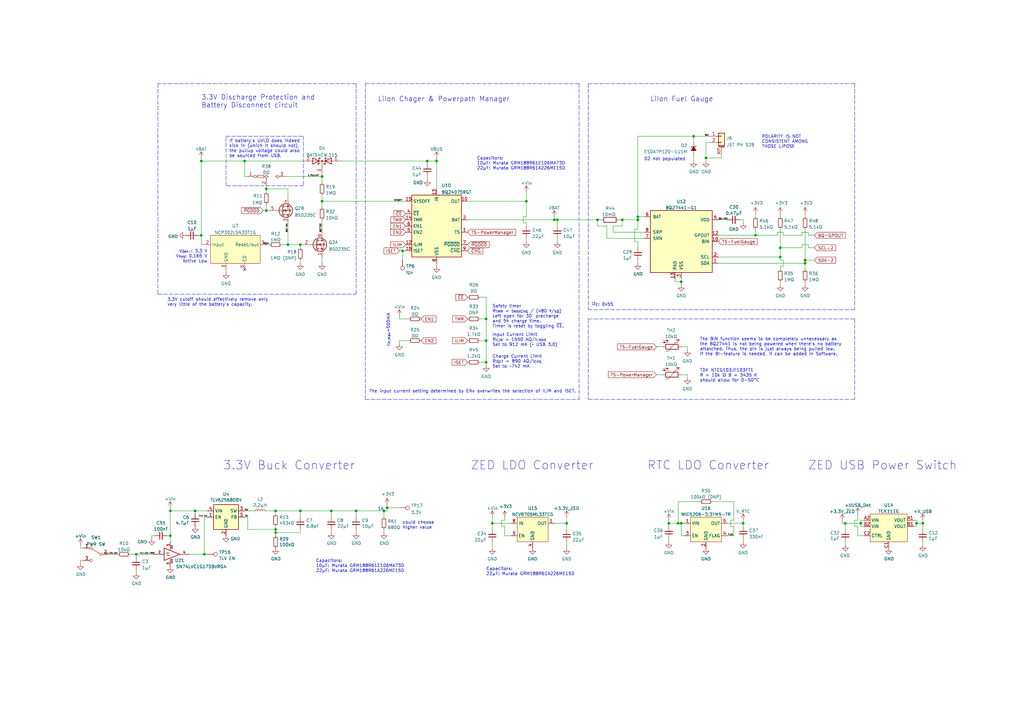
<source format=kicad_sch>
(kicad_sch (version 20211123) (generator eeschema)
  (paper "A3")
  (title_block (title "GNSS") (rev "B"))
  (junction (at 113.03 209.55))
  (junction (at 69.85 209.55))
  (junction (at 123.19 100.33))
  (junction (at 378.46 214.63))
  (junction (at 330.2 107.95))
  (junction (at 82.55 66.04))
  (junction (at 261.62 88.9))
  (junction (at 113.03 218.44))
  (junction (at 274.32 214.63))
  (junction (at 158.75 208.28))
  (junction (at 55.88 227.33))
  (junction (at 279.4 115.57))
  (junction (at 309.88 96.52))
  (junction (at 353.06 214.63))
  (junction (at 245.11 90.17))
  (junction (at 113.03 217.17))
  (junction (at 375.92 214.63))
  (junction (at 284.48 55.88))
  (junction (at 80.01 209.55))
  (junction (at 132.08 82.55))
  (junction (at 228.6 90.17))
  (junction (at 346.71 214.63))
  (junction (at 215.9 82.55))
  (junction (at 261.62 90.17))
  (junction (at 123.19 209.55))
  (junction (at 320.04 105.41))
  (junction (at 165.1 102.87))
  (junction (at 289.56 64.77))
  (junction (at 146.05 209.55))
  (junction (at 201.93 214.63))
  (junction (at 135.89 209.55))
  (junction (at 320.04 101.6))
  (junction (at 69.85 219.71))
  (junction (at 83.82 227.33))
  (junction (at 157.48 209.55))
  (junction (at 118.11 100.33))
  (junction (at 227.33 90.17))
  (junction (at 232.41 214.63))
  (junction (at 100.33 66.04))
  (junction (at 82.55 96.52))
  (junction (at 278.13 214.63))
  (junction (at 179.07 66.04))
  (junction (at 199.39 130.81))
  (junction (at 175.26 66.04))
  (junction (at 109.22 86.36))
  (junction (at 304.8 214.63))
  (junction (at 199.39 139.7))
  (junction (at 279.4 214.63))
  (junction (at 132.08 72.39))
  (junction (at 199.39 148.59))
  (junction (at 109.22 77.47))
  (junction (at 255.27 90.17))
  (junction (at 330.2 106.68))
  (no_connect (at 100.33 110.49))
  (wire (pts (xy 274.32 213.36) (xy 274.32 214.63)))
  (wire (pts (xy 346.71 214.63) (xy 345.44 214.63)))
  (wire (pts (xy 175.26 66.04) (xy 175.26 67.31)))
  (wire (pts (xy 33.02 231.14) (xy 33.02 229.87)))
  (wire (pts (xy 228.6 90.17) (xy 245.11 90.17)))
  (wire (pts (xy 274.32 220.98) (xy 274.32 222.25)))
  (wire (pts (xy 228.6 90.17) (xy 228.6 92.71)))
  (wire (pts (xy 82.55 96.52) (xy 82.55 100.33)))
  (wire (pts (xy 320.04 101.6) (xy 320.04 93.98)))
  (wire (pts (xy 135.89 209.55) (xy 123.19 209.55)))
  (wire (pts (xy 201.93 224.79) (xy 201.93 222.25)))
  (polyline (pts (xy 146.05 34.29) (xy 146.05 120.65)))
  (wire (pts (xy 82.55 64.77) (xy 82.55 66.04)))
  (wire (pts (xy 109.22 76.2) (xy 109.22 77.47)))
  (wire (pts (xy 300.99 219.71) (xy 298.45 219.71)))
  (wire (pts (xy 100.33 72.39) (xy 101.6 72.39)))
  (wire (pts (xy 261.62 55.88) (xy 284.48 55.88)))
  (wire (pts (xy 353.06 214.63) (xy 346.71 214.63)))
  (wire (pts (xy 351.79 213.36) (xy 350.52 213.36)))
  (wire (pts (xy 375.92 214.63) (xy 378.46 214.63)))
  (wire (pts (xy 196.85 121.92) (xy 199.39 121.92)))
  (wire (pts (xy 269.24 153.67) (xy 271.78 153.67)))
  (wire (pts (xy 83.82 227.33) (xy 85.09 227.33)))
  (wire (pts (xy 123.19 218.44) (xy 123.19 217.17)))
  (wire (pts (xy 261.62 106.68) (xy 261.62 107.95)))
  (polyline (pts (xy 350.52 130.81) (xy 350.52 163.83)))
  (wire (pts (xy 334.01 96.52) (xy 331.47 96.52)))
  (wire (pts (xy 69.85 209.55) (xy 69.85 219.71)))
  (wire (pts (xy 123.19 209.55) (xy 113.03 209.55)))
  (wire (pts (xy 274.32 214.63) (xy 274.32 215.9)))
  (wire (pts (xy 232.41 212.09) (xy 232.41 214.63)))
  (polyline (pts (xy 92.71 55.88) (xy 124.46 55.88)))
  (wire (pts (xy 289.56 58.42) (xy 290.83 58.42)))
  (wire (pts (xy 80.01 210.82) (xy 80.01 209.55)))
  (wire (pts (xy 69.85 208.28) (xy 69.85 209.55)))
  (wire (pts (xy 107.95 86.36) (xy 109.22 86.36)))
  (wire (pts (xy 163.83 139.7) (xy 167.64 139.7)))
  (wire (pts (xy 199.39 139.7) (xy 199.39 148.59)))
  (wire (pts (xy 334.01 101.6) (xy 331.47 101.6)))
  (wire (pts (xy 261.62 99.06) (xy 260.35 99.06)))
  (wire (pts (xy 320.04 105.41) (xy 320.04 106.68)))
  (wire (pts (xy 320.04 87.63) (xy 320.04 88.9)))
  (wire (pts (xy 132.08 90.17) (xy 132.08 95.25)))
  (wire (pts (xy 199.39 149.86) (xy 199.39 148.59)))
  (wire (pts (xy 113.03 217.17) (xy 101.6 217.17)))
  (wire (pts (xy 279.4 142.24) (xy 281.94 142.24)))
  (wire (pts (xy 100.33 66.04) (xy 124.46 66.04)))
  (wire (pts (xy 44.45 227.33) (xy 48.26 227.33)))
  (wire (pts (xy 163.83 130.81) (xy 167.64 130.81)))
  (wire (pts (xy 320.04 105.41) (xy 320.04 101.6)))
  (wire (pts (xy 264.16 88.9) (xy 261.62 88.9)))
  (wire (pts (xy 113.03 217.17) (xy 113.03 218.44)))
  (wire (pts (xy 331.47 100.33) (xy 328.93 100.33)))
  (wire (pts (xy 309.88 96.52) (xy 318.77 96.52)))
  (wire (pts (xy 248.92 92.71) (xy 248.92 97.79)))
  (wire (pts (xy 321.31 96.52) (xy 321.31 95.25)))
  (wire (pts (xy 299.72 213.36) (xy 299.72 215.9)))
  (wire (pts (xy 82.55 66.04) (xy 82.55 96.52)))
  (wire (pts (xy 191.77 90.17) (xy 227.33 90.17)))
  (wire (pts (xy 135.89 209.55) (xy 146.05 209.55)))
  (wire (pts (xy 123.19 100.33) (xy 124.46 100.33)))
  (wire (pts (xy 132.08 80.01) (xy 132.08 82.55)))
  (wire (pts (xy 375.92 214.63) (xy 375.92 215.9)))
  (wire (pts (xy 232.41 214.63) (xy 232.41 217.17)))
  (wire (pts (xy 254 90.17) (xy 255.27 90.17)))
  (wire (pts (xy 321.31 106.68) (xy 320.04 106.68)))
  (wire (pts (xy 292.1 205.74) (xy 300.99 205.74)))
  (wire (pts (xy 328.93 96.52) (xy 321.31 96.52)))
  (wire (pts (xy 278.13 214.63) (xy 279.4 214.63)))
  (wire (pts (xy 294.64 105.41) (xy 320.04 105.41)))
  (wire (pts (xy 278.13 205.74) (xy 278.13 214.63)))
  (wire (pts (xy 123.19 100.33) (xy 123.19 101.6)))
  (wire (pts (xy 158.75 208.28) (xy 158.75 209.55)))
  (polyline (pts (xy 146.05 34.29) (xy 64.77 34.29)))
  (wire (pts (xy 196.85 139.7) (xy 199.39 139.7)))
  (wire (pts (xy 55.88 227.33) (xy 53.34 227.33)))
  (wire (pts (xy 289.56 64.77) (xy 289.56 58.42)))
  (wire (pts (xy 214.63 88.9) (xy 215.9 88.9)))
  (wire (pts (xy 115.57 100.33) (xy 118.11 100.33)))
  (wire (pts (xy 331.47 101.6) (xy 331.47 100.33)))
  (wire (pts (xy 261.62 99.06) (xy 261.62 101.6)))
  (wire (pts (xy 55.88 233.68) (xy 55.88 234.95)))
  (wire (pts (xy 135.89 212.09) (xy 135.89 209.55)))
  (wire (pts (xy 378.46 214.63) (xy 378.46 217.17)))
  (polyline (pts (xy 241.3 127) (xy 350.52 127)))
  (wire (pts (xy 304.8 91.44) (xy 304.8 90.17)))
  (wire (pts (xy 353.06 213.36) (xy 354.33 213.36)))
  (polyline (pts (xy 92.71 76.2) (xy 92.71 55.88)))
  (wire (pts (xy 251.46 95.25) (xy 251.46 92.71)))
  (wire (pts (xy 300.99 205.74) (xy 300.99 213.36)))
  (wire (pts (xy 284.48 55.88) (xy 284.48 58.42)))
  (wire (pts (xy 321.31 109.22) (xy 321.31 106.68)))
  (wire (pts (xy 83.82 212.09) (xy 83.82 227.33)))
  (wire (pts (xy 300.99 213.36) (xy 299.72 213.36)))
  (wire (pts (xy 304.8 214.63) (xy 304.8 215.9)))
  (wire (pts (xy 207.01 212.09) (xy 207.01 213.36)))
  (polyline (pts (xy 149.86 34.29) (xy 223.52 34.29)))
  (wire (pts (xy 109.22 77.47) (xy 118.11 77.47)))
  (wire (pts (xy 330.2 107.95) (xy 330.2 106.68)))
  (wire (pts (xy 118.11 100.33) (xy 123.19 100.33)))
  (wire (pts (xy 201.93 214.63) (xy 209.55 214.63)))
  (wire (pts (xy 279.4 219.71) (xy 280.67 219.71)))
  (wire (pts (xy 279.4 114.3) (xy 279.4 115.57)))
  (wire (pts (xy 350.52 215.9) (xy 351.79 215.9)))
  (wire (pts (xy 163.83 102.87) (xy 165.1 102.87)))
  (wire (pts (xy 163.83 140.97) (xy 163.83 139.7)))
  (wire (pts (xy 269.24 142.24) (xy 271.78 142.24)))
  (polyline (pts (xy 350.52 34.29) (xy 350.52 127)))
  (wire (pts (xy 261.62 88.9) (xy 261.62 55.88)))
  (wire (pts (xy 132.08 82.55) (xy 132.08 85.09)))
  (wire (pts (xy 179.07 66.04) (xy 179.07 77.47)))
  (wire (pts (xy 354.33 215.9) (xy 353.06 215.9)))
  (wire (pts (xy 289.56 64.77) (xy 295.91 64.77)))
  (wire (pts (xy 330.2 106.68) (xy 334.01 106.68)))
  (wire (pts (xy 320.04 110.49) (xy 320.04 109.22)))
  (wire (pts (xy 82.55 100.33) (xy 83.82 100.33)))
  (polyline (pts (xy 149.86 163.83) (xy 149.86 34.29)))
  (wire (pts (xy 165.1 102.87) (xy 166.37 102.87)))
  (wire (pts (xy 320.04 116.84) (xy 320.04 115.57)))
  (wire (pts (xy 113.03 209.55) (xy 113.03 210.82)))
  (polyline (pts (xy 124.46 76.2) (xy 92.71 76.2)))
  (wire (pts (xy 274.32 214.63) (xy 278.13 214.63)))
  (wire (pts (xy 207.01 219.71) (xy 209.55 219.71)))
  (wire (pts (xy 201.93 214.63) (xy 201.93 217.17)))
  (wire (pts (xy 109.22 86.36) (xy 110.49 86.36)))
  (wire (pts (xy 157.48 217.17) (xy 157.48 218.44)))
  (wire (pts (xy 304.8 90.17) (xy 303.53 90.17)))
  (wire (pts (xy 375.92 213.36) (xy 375.92 214.63)))
  (wire (pts (xy 214.63 91.44) (xy 214.63 88.9)))
  (wire (pts (xy 55.88 227.33) (xy 63.5 227.33)))
  (wire (pts (xy 353.06 214.63) (xy 353.06 215.9)))
  (wire (pts (xy 304.8 220.98) (xy 304.8 222.25)))
  (polyline (pts (xy 241.3 130.81) (xy 350.52 130.81)))
  (wire (pts (xy 69.85 219.71) (xy 69.85 222.25)))
  (wire (pts (xy 215.9 91.44) (xy 214.63 91.44)))
  (wire (pts (xy 207.01 215.9) (xy 207.01 219.71)))
  (wire (pts (xy 109.22 83.82) (xy 109.22 86.36)))
  (wire (pts (xy 199.39 121.92) (xy 199.39 130.81)))
  (wire (pts (xy 34.29 224.79) (xy 33.02 224.79)))
  (wire (pts (xy 260.35 93.98) (xy 261.62 93.98)))
  (wire (pts (xy 284.48 63.5) (xy 284.48 66.04)))
  (wire (pts (xy 100.33 72.39) (xy 100.33 66.04)))
  (wire (pts (xy 215.9 97.79) (xy 215.9 99.06)))
  (wire (pts (xy 287.02 205.74) (xy 278.13 205.74)))
  (wire (pts (xy 228.6 97.79) (xy 228.6 99.06)))
  (wire (pts (xy 109.22 100.33) (xy 110.49 100.33)))
  (wire (pts (xy 232.41 222.25) (xy 232.41 224.79)))
  (polyline (pts (xy 237.49 34.29) (xy 223.52 34.29)))
  (wire (pts (xy 279.4 115.57) (xy 279.4 116.84)))
  (wire (pts (xy 260.35 99.06) (xy 260.35 93.98)))
  (wire (pts (xy 158.75 207.01) (xy 158.75 208.28)))
  (wire (pts (xy 309.88 93.98) (xy 309.88 96.52)))
  (wire (pts (xy 146.05 218.44) (xy 146.05 217.17)))
  (wire (pts (xy 330.2 106.68) (xy 330.2 93.98)))
  (wire (pts (xy 199.39 130.81) (xy 199.39 139.7)))
  (wire (pts (xy 294.64 107.95) (xy 330.2 107.95)))
  (wire (pts (xy 227.33 90.17) (xy 228.6 90.17)))
  (wire (pts (xy 304.8 214.63) (xy 304.8 213.36)))
  (wire (pts (xy 81.28 96.52) (xy 82.55 96.52)))
  (wire (pts (xy 331.47 95.25) (xy 328.93 95.25)))
  (polyline (pts (xy 350.52 163.83) (xy 241.3 163.83)))
  (wire (pts (xy 309.88 87.63) (xy 309.88 88.9)))
  (wire (pts (xy 350.52 213.36) (xy 350.52 215.9)))
  (wire (pts (xy 158.75 208.28) (xy 163.83 208.28)))
  (wire (pts (xy 378.46 213.36) (xy 378.46 214.63)))
  (wire (pts (xy 281.94 154.94) (xy 281.94 153.67)))
  (polyline (pts (xy 237.49 163.83) (xy 237.49 34.29)))
  (wire (pts (xy 346.71 222.25) (xy 346.71 223.52)))
  (wire (pts (xy 179.07 107.95) (xy 179.07 109.22)))
  (wire (pts (xy 215.9 88.9) (xy 215.9 82.55)))
  (wire (pts (xy 158.75 209.55) (xy 157.48 209.55)))
  (wire (pts (xy 33.02 229.87) (xy 34.29 229.87)))
  (wire (pts (xy 279.4 214.63) (xy 279.4 219.71)))
  (wire (pts (xy 328.93 100.33) (xy 328.93 101.6)))
  (polyline (pts (xy 64.77 120.65) (xy 146.05 120.65)))
  (polyline (pts (xy 241.3 130.81) (xy 241.3 163.83)))
  (wire (pts (xy 346.71 214.63) (xy 346.71 217.17)))
  (wire (pts (xy 163.83 129.54) (xy 163.83 130.81)))
  (wire (pts (xy 132.08 72.39) (xy 132.08 74.93)))
  (wire (pts (xy 92.71 110.49) (xy 92.71 111.76)))
  (polyline (pts (xy 149.86 163.83) (xy 237.49 163.83)))
  (wire (pts (xy 320.04 109.22) (xy 321.31 109.22)))
  (wire (pts (xy 77.47 227.33) (xy 83.82 227.33)))
  (wire (pts (xy 101.6 217.17) (xy 101.6 212.09)))
  (wire (pts (xy 191.77 82.55) (xy 215.9 82.55)))
  (wire (pts (xy 330.2 107.95) (xy 330.2 110.49)))
  (wire (pts (xy 179.07 64.77) (xy 179.07 66.04)))
  (wire (pts (xy 68.58 219.71) (xy 69.85 219.71)))
  (wire (pts (xy 378.46 222.25) (xy 378.46 223.52)))
  (wire (pts (xy 251.46 92.71) (xy 255.27 92.71)))
  (wire (pts (xy 227.33 214.63) (xy 232.41 214.63)))
  (wire (pts (xy 175.26 72.39) (xy 175.26 73.66)))
  (wire (pts (xy 207.01 213.36) (xy 205.74 213.36)))
  (wire (pts (xy 276.86 115.57) (xy 279.4 115.57)))
  (wire (pts (xy 135.89 218.44) (xy 135.89 217.17)))
  (wire (pts (xy 261.62 90.17) (xy 261.62 93.98)))
  (wire (pts (xy 281.94 142.24) (xy 281.94 143.51)))
  (wire (pts (xy 279.4 214.63) (xy 280.67 214.63)))
  (wire (pts (xy 196.85 130.81) (xy 199.39 130.81)))
  (wire (pts (xy 318.77 95.25) (xy 318.77 96.52)))
  (wire (pts (xy 116.84 72.39) (xy 132.08 72.39)))
  (wire (pts (xy 351.79 215.9) (xy 351.79 219.71)))
  (wire (pts (xy 205.74 213.36) (xy 205.74 215.9)))
  (wire (pts (xy 165.1 102.87) (xy 165.1 106.68)))
  (polyline (pts (xy 64.77 34.29) (xy 64.77 120.65)))
  (polyline (pts (xy 241.3 34.29) (xy 241.3 127)))
  (wire (pts (xy 331.47 96.52) (xy 331.47 95.25)))
  (wire (pts (xy 227.33 88.9) (xy 227.33 90.17)))
  (wire (pts (xy 328.93 95.25) (xy 328.93 96.52)))
  (wire (pts (xy 245.11 92.71) (xy 245.11 90.17)))
  (wire (pts (xy 251.46 95.25) (xy 264.16 95.25)))
  (wire (pts (xy 146.05 212.09) (xy 146.05 209.55)))
  (wire (pts (xy 289.56 66.04) (xy 289.56 64.77)))
  (wire (pts (xy 55.88 227.33) (xy 55.88 228.6)))
  (wire (pts (xy 80.01 209.55) (xy 85.09 209.55)))
  (wire (pts (xy 69.85 209.55) (xy 80.01 209.55)))
  (wire (pts (xy 113.03 218.44) (xy 123.19 218.44)))
  (wire (pts (xy 215.9 92.71) (xy 215.9 91.44)))
  (wire (pts (xy 118.11 77.47) (xy 118.11 81.28)))
  (wire (pts (xy 284.48 55.88) (xy 290.83 55.88)))
  (wire (pts (xy 276.86 114.3) (xy 276.86 115.57)))
  (wire (pts (xy 157.48 209.55) (xy 146.05 209.55)))
  (wire (pts (xy 353.06 213.36) (xy 353.06 214.63)))
  (wire (pts (xy 345.44 213.36) (xy 345.44 214.63)))
  (wire (pts (xy 309.88 96.52) (xy 294.64 96.52)))
  (wire (pts (xy 101.6 212.09) (xy 100.33 212.09)))
  (wire (pts (xy 245.11 90.17) (xy 246.38 90.17)))
  (wire (pts (xy 201.93 214.63) (xy 201.93 212.09)))
  (wire (pts (xy 62.23 220.98) (xy 62.23 219.71)))
  (wire (pts (xy 123.19 106.68) (xy 123.19 107.95)))
  (wire (pts (xy 245.11 92.71) (xy 248.92 92.71)))
  (wire (pts (xy 100.33 209.55) (xy 104.14 209.55)))
  (wire (pts (xy 118.11 91.44) (xy 118.11 100.33)))
  (wire (pts (xy 298.45 214.63) (xy 304.8 214.63)))
  (wire (pts (xy 157.48 209.55) (xy 157.48 212.09)))
  (wire (pts (xy 132.08 105.41) (xy 132.08 107.95)))
  (wire (pts (xy 295.91 63.5) (xy 295.91 64.77)))
  (wire (pts (xy 85.09 212.09) (xy 83.82 212.09)))
  (wire (pts (xy 109.22 209.55) (xy 113.03 209.55)))
  (wire (pts (xy 374.65 213.36) (xy 375.92 213.36)))
  (wire (pts (xy 255.27 90.17) (xy 261.62 90.17)))
  (wire (pts (xy 354.33 219.71) (xy 351.79 219.71)))
  (wire (pts (xy 320.04 101.6) (xy 328.93 101.6)))
  (wire (pts (xy 248.92 97.79) (xy 264.16 97.79)))
  (wire (pts (xy 330.2 87.63) (xy 330.2 88.9)))
  (wire (pts (xy 351.79 210.82) (xy 351.79 213.36)))
  (wire (pts (xy 132.08 82.55) (xy 166.37 82.55)))
  (wire (pts (xy 113.03 218.44) (xy 113.03 219.71)))
  (wire (pts (xy 109.22 78.74) (xy 109.22 77.47)))
  (wire (pts (xy 82.55 66.04) (xy 100.33 66.04)))
  (wire (pts (xy 374.65 215.9) (xy 375.92 215.9)))
  (wire (pts (xy 139.7 66.04) (xy 175.26 66.04)))
  (wire (pts (xy 175.26 66.04) (xy 179.07 66.04)))
  (polyline (pts (xy 124.46 55.88) (xy 124.46 76.2)))
  (wire (pts (xy 62.23 219.71) (xy 63.5 219.71)))
  (wire (pts (xy 300.99 215.9) (xy 300.99 219.71)))
  (wire (pts (xy 321.31 95.25) (xy 318.77 95.25)))
  (wire (pts (xy 33.02 224.79) (xy 33.02 223.52)))
  (wire (pts (xy 330.2 116.84) (xy 330.2 115.57)))
  (wire (pts (xy 205.74 215.9) (xy 207.01 215.9)))
  (wire (pts (xy 255.27 92.71) (xy 255.27 90.17)))
  (wire (pts (xy 123.19 209.55) (xy 123.19 212.09)))
  (polyline (pts (xy 350.52 34.29) (xy 241.3 34.29)))
  (wire (pts (xy 113.03 215.9) (xy 113.03 217.17)))
  (wire (pts (xy 261.62 88.9) (xy 261.62 90.17)))
  (wire (pts (xy 294.64 90.17) (xy 298.45 90.17)))
  (wire (pts (xy 199.39 148.59) (xy 196.85 148.59)))
  (wire (pts (xy 132.08 71.12) (xy 132.08 72.39)))
  (wire (pts (xy 279.4 153.67) (xy 281.94 153.67)))
  (wire (pts (xy 299.72 215.9) (xy 300.99 215.9)))
  (wire (pts (xy 215.9 78.74) (xy 215.9 82.55)))
  (text "Safety timer\nR_{TMR} = t_{MAXCHG} / (480 ^{s}/_{kΩ})\nLeft open for 30' precharge\nand 5h charge time.\nTimer is reset by toggling ~{CE}." (at 201.93 134.62 0) (effects (font (size 1.27 1.27)) (justify left bottom)))
  (text "3.3V Buck Converter" (at 91.44 193.04 0) (effects (font (size 3.5052 3.5052)) (justify left bottom)))
  (text "I_{in,max}=500mA" (at 160.02 142.24 90) (effects (font (size 1.27 1.27)) (justify left bottom)))
  (text "Input Current Limit\nR_{ILIM} = 1550 AΩ/I_{I,MAX}\nSet to 912 mA (~ USB 3.0)" (at 201.93 142.24 0) (effects (font (size 1.27 1.27)) (justify left bottom)))
  (text "V_{Det-}: 3.3 V\nV_{Hys}: 0.165 V\nActive Low" (at 85.09 107.95 180) (effects (font (size 1.27 1.27)) (justify right bottom)))
  (text "RTC LDO Converter" (at 265.43 193.04 0) (effects (font (size 3.5052 3.5052)) (justify left bottom)))
  (text "The BIN function seems to be completely unnecessary as\nthe BQ27441 is not being powered when there's no battery\nattatched. Thus, the pin is just always being pulled low.\nIf the BI-feature is needed, it can be added in Software." (at 287.02 146.05 0) (effects (font (size 1.27 1.27)) (justify left bottom)))
  (text "ZED LDO Converter" (at 193.04 193.04 0) (effects (font (size 3.5052 3.5052)) (justify left bottom)))
  (text "3.3V cutoff should effectively remove only \nvery little of the battery's capacity." (at 68.58 125.73 0) (effects (font (size 1.27 1.27)) (justify left bottom)))
  (text "LiIon Fuel Gauge" (at 266.7 41.91 0) (effects (font (size 2 2)) (justify left bottom)))
  (text "If battery's UVLO does indeed\nkick in (which it should not),\nthe pullup voltage could also\nbe sourced from USB." (at 93.98 64.77 0) (effects (font (size 1.27 1.27)) (justify left bottom)))
  (text "LiIon Chager & Powerpath Manager" (at 154.94 41.91 0) (effects (font (size 2 2)) (justify left bottom)))
  (text "POLARITY IS NOT\nCONSISTENT AMONG\nTHOSE LIPOS!" (at 312.42 60.96 0) (effects (font (size 1.27 1.27)) (justify left bottom)))
  (text "D2 not populated" (at 264.16 66.04 0) (effects (font (size 1.27 1.27)) (justify left bottom)))
  (text "TDK NTCG103JF103FT1\nR = 10k Ω B = 3435 K\nshould allow for 0-50°C" (at 287.02 156.845 0) (effects (font (size 1.27 1.27)) (justify left bottom)))
  (text "The input current setting determined by ENx overwrites the selection of ILIM and ISET." (at 236.22 161.29 0) (effects (font (size 1.27 1.27)) (justify right bottom)))
  (text "Capacitors:\n22µF: Murata GRM188R61A226ME15D" (at 199.39 236.22 0) (effects (font (size 1.27 1.27)) (justify left bottom)))
  (text "Capacitors:\n10µF: Murata GRM188R61E106MA73D\n22µF: Murata GRM188R61A226ME15D" (at 195.58 69.85 0) (effects (font (size 1.27 1.27)) (justify left bottom)))
  (text "ZED USB Power Switch" (at 331.47 193.04 0) (effects (font (size 3.5052 3.5052)) (justify left bottom)))
  (text "could choose\nhigher value" (at 165.1 217.17 0) (effects (font (size 1.27 1.27)) (justify left bottom)))
  (text "Capacitors:\n10µF: Murata GRM188R61E106MA73D\n22µF: Murata GRM188R61A226ME15D" (at 129.54 234.95 0) (effects (font (size 1.27 1.27)) (justify left bottom)))
  (text "i^{2}c: 0x55" (at 242.57 125.73 0) (effects (font (size 1.27 1.27)) (justify left bottom)))
  (text "1A" (at 154.94 209.55 0) (effects (font (size 1.27 1.27)) (justify left bottom)))
  (text "Charge Current Limit\nR_{ISET} = 890 AΩ/I_{CHG}\nSet to ~742 mA" (at 201.93 151.13 0) (effects (font (size 1.27 1.27)) (justify left bottom)))
  (text "3.3V Discharge Protection and\nBattery Disconnect circuit" (at 82.55 44.45 0) (effects (font (size 2 2)) (justify left bottom)))
  (label "FLAG" (at 298.45 219.71 0) (effects (font (size 0.6 0.6))))
  (label "V_PULLUP" (at 130.81 72.39 180) (effects (font (size 0.6 0.6))))
  (label "SW" (at 100.33 209.55 0) (effects (font (size 0.6 0.6))))
  (label "~{BAT-OK}" (at 132.08 95.25 90) (effects (font (size 0.6 0.6))))
  (label "TLV-EN" (at 85.09 212.09 180) (effects (font (size 0.6 0.6))))
  (label "BAT" (at 290.83 55.88 180) (effects (font (size 0.6 0.6))))
  (label "ROUT" (at 110.49 100.33 180) (effects (font (size 0.6 0.6))))
  (label "FB" (at 100.33 212.09 0) (effects (font (size 0.6 0.6))))
  (label "TLV-EN-TRIG" (at 63.5 227.33 180) (effects (font (size 0.6 0.6))))
  (label "BQ-VDD" (at 294.64 90.17 0) (effects (font (size 0.6 0.6))))
  (label "BAT-OK" (at 118.11 95.25 90) (effects (font (size 0.6 0.6))))
  (label "TLV-EN-SW" (at 48.26 227.33 180) (effects (font (size 0.6 0.6))))
  (label "SYSOFF" (at 165.1 82.55 180) (effects (font (size 0.6 0.6))))
  (global_label "TMR" (shape input) (at 191.77 130.81 180) (property "Intersheet References" "${INTERSHEET_REFS}" (effects hide)))
  (global_label "EN1" (shape input) (at 166.37 92.71 180) (property "Intersheet References" "${INTERSHEET_REFS}" (effects hide)))
  (global_label "ISET" (shape input) (at 163.83 102.87 180) (property "Intersheet References" "${INTERSHEET_REFS}" (effects hide)))
  (global_label "~{PGOOD}" (shape input) (at 107.95 86.36 180) (property "Intersheet References" "${INTERSHEET_REFS}" (effects hide)))
  (global_label "SDA-2" (shape input) (at 334.01 106.68 0) (property "Intersheet References" "${INTERSHEET_REFS}" (effects hide)))
  (global_label "BQ-GPOUT" (shape input) (at 334.01 96.52 0) (property "Intersheet References" "${INTERSHEET_REFS}" (effects hide)))
  (global_label "~{CHG}" (shape input) (at 191.77 102.87 0) (property "Intersheet References" "${INTERSHEET_REFS}" (effects hide)))
  (global_label "ISET" (shape input) (at 191.77 148.59 180) (property "Intersheet References" "${INTERSHEET_REFS}" (effects hide)))
  (global_label "~{PGOOD}" (shape input) (at 191.77 100.33 0) (property "Intersheet References" "${INTERSHEET_REFS}" (effects hide)))
  (global_label "TS-PowerManager" (shape input) (at 191.77 95.25 0) (property "Intersheet References" "${INTERSHEET_REFS}" (effects hide)))
  (global_label "TS-PowerManager" (shape input) (at 269.24 153.67 180) (property "Intersheet References" "${INTERSHEET_REFS}" (effects hide)))
  (global_label "TS-FuelGauge" (shape input) (at 294.64 99.06 0) (property "Intersheet References" "${INTERSHEET_REFS}" (effects hide)))
  (global_label "~{CE}" (shape input) (at 166.37 87.63 180) (property "Intersheet References" "${INTERSHEET_REFS}" (effects hide)))
  (global_label "~{CE}" (shape input) (at 191.77 121.92 180) (property "Intersheet References" "${INTERSHEET_REFS}" (effects hide)))
  (global_label "TMR" (shape input) (at 166.37 90.17 180) (property "Intersheet References" "${INTERSHEET_REFS}" (effects hide)))
  (global_label "TS-FuelGauge" (shape input) (at 269.24 142.24 180) (property "Intersheet References" "${INTERSHEET_REFS}" (effects hide)))
  (global_label "SCL-2" (shape input) (at 334.01 101.6 0) (property "Intersheet References" "${INTERSHEET_REFS}" (effects hide)))
  (global_label "EN2" (shape input) (at 166.37 95.25 180) (property "Intersheet References" "${INTERSHEET_REFS}" (effects hide)))
  (global_label "EN1" (shape input) (at 172.72 130.81 0) (property "Intersheet References" "${INTERSHEET_REFS}" (effects hide)))
  (global_label "ILIM" (shape input) (at 191.77 139.7 180) (property "Intersheet References" "${INTERSHEET_REFS}" (effects hide)))
  (global_label "EN2" (shape input) (at 172.72 139.7 0) (property "Intersheet References" "${INTERSHEET_REFS}" (effects hide)))
  (global_label "ILIM" (shape input) (at 166.37 100.33 180) (property "Intersheet References" "${INTERSHEET_REFS}" (effects hide)))
  (symbol (lib_id "power:GND") (at 132.08 107.95 0) (unit 1)
    (property "Reference" "#PWR0107" (effects hide))
    (property "Value" "GND" (at 132.08 112.5125 0))
  )
  (symbol (lib_id "Device:C_Small") (at 135.89 214.63 0) (unit 1)
    (property "Reference" "C8" (at 138.2268 213.4616 0) (effects (justify left)))
    (property "Value" "22µF" (at 138.2268 215.773 0) (effects (justify left)))
    (property "Footprint" "Franz-Lib:C_0603_1608Metric_NoSilk" (effects hide))
  )
  (symbol (lib_id "power:GND") (at 123.19 107.95 0) (unit 1)
    (property "Reference" "#PWR0111" (effects hide))
    (property "Value" "GND" (at 123.19 112.5125 0))
  )
  (symbol (lib_id "Device:R_Small") (at 309.88 91.44 0) (unit 1)
    (property "Reference" "R46" (at 311.3786 90.6053 0) (effects (justify left)))
    (property "Value" "5.1kΩ" (at 311.3786 93.1422 0) (effects (justify left)))
    (property "Footprint" "Franz-Lib:R_0402_1005Metric_NoSilk" (effects hide))
  )
  (symbol (lib_id "power:GND") (at 215.9 99.06 0) (unit 1)
    (property "Reference" "#PWR0223" (effects hide))
    (property "Value" "GND" (at 215.9 103.6225 0))
  )
  (symbol (lib_id "Franz-Lib:+V_USB") (at 378.46 213.36 0) (unit 1)
    (property "Reference" "#PWR0189" (effects hide))
    (property "Value" "+V_USB" (at 378.46 209.7842 0))
  )
  (symbol (lib_id "power:GND") (at 201.93 224.79 0) (unit 1)
    (property "Reference" "#PWR0197" (effects hide))
    (property "Value" "GND" (at 201.93 229.2334 0))
  )
  (symbol (lib_id "power:GND") (at 274.32 222.25 0) (unit 1)
    (property "Reference" "#PWR0202" (effects hide))
    (property "Value" "GND" (at 274.32 226.6934 0))
  )
  (symbol (lib_id "Device:C_Small") (at 80.01 213.36 0) (mirror x) (unit 1)
    (property "Reference" "C6" (at 77.6732 212.1916 0) (effects (justify right)))
    (property "Value" "4.7µF" (at 77.6732 214.503 0) (effects (justify right)))
    (property "Footprint" "Franz-Lib:C_0603_1608Metric_NoSilk" (effects hide))
  )
  (symbol (lib_id "Franz-Lib:VBAT") (at 82.55 64.77 0) (unit 1)
    (property "Reference" "#PWR0155" (effects hide))
    (property "Value" "VBAT" (at 82.55 61.1655 0))
  )
  (symbol (lib_id "power:GND") (at 146.05 218.44 0) (unit 1)
    (property "Reference" "#PWR0126" (effects hide))
    (property "Value" "GND" (at 146.177 222.8342 0))
  )
  (symbol (lib_id "Connector:TestPoint") (at 165.1 106.68 180) (unit 1)
    (property "Reference" "TP6" (at 166.497 109.1473 0) (effects (justify right)))
    (property "Value" "I_{CH}" (at 166.497 111.6842 0) (effects (justify right)))
    (property "Footprint" "Franz-Lib:TestPoint_Pad_D1.0mm_NoSIlk" (effects hide))
  )
  (symbol (lib_id "power:GND") (at 289.56 224.79 0) (unit 1)
    (property "Reference" "#PWR0201" (effects hide))
    (property "Value" "GND" (at 289.56 229.2334 0))
  )
  (symbol (lib_id "power:+3.3V") (at 320.04 87.63 0) (unit 1)
    (property "Reference" "#PWR0224" (effects hide))
    (property "Value" "+3.3V" (at 320.421 83.2358 0))
  )
  (symbol (lib_id "Franz-Lib:+Vin") (at 201.93 212.09 0) (unit 1)
    (property "Reference" "#PWR0185" (effects hide))
    (property "Value" "+Vin" (at 201.93 208.4855 0))
  )
  (symbol (lib_id "Device:C_Small") (at 304.8 218.44 0) (unit 1)
    (property "Reference" "C37" (at 307.1241 217.6116 0) (effects (justify left)))
    (property "Value" "330nF" (at 307.1241 220.1485 0) (effects (justify left)))
    (property "Footprint" "Franz-Lib:C_0402_1005Metric_NoSilk" (effects hide))
  )
  (symbol (lib_id "Device:D_Schottky_Dual_CommonCathode_AAK") (at 132.08 66.04 0) (mirror y) (unit 1)
    (property "Reference" "D4" (at 132.08 60.8035 0))
    (property "Value" "BAT54CW,115" (at 132.08 63.5786 0))
    (property "Footprint" "Franz-Lib:SOT-323_SC-70_NoSilk" (effects hide))
    (property "Datasheet" "https://www.mouser.de/datasheet/2/916/BAT54W_SER-1598288.pdf" (effects hide))
  )
  (symbol (lib_id "power:GND") (at 55.88 234.95 0) (unit 1)
    (property "Reference" "#PWR0118" (effects hide))
    (property "Value" "GND" (at 56.007 239.3442 0))
  )
  (symbol (lib_id "power:GND") (at 199.39 149.86 0) (unit 1)
    (property "Reference" "#PWR0227" (effects hide))
    (property "Value" "GND" (at 199.39 154.4225 0))
  )
  (symbol (lib_id "power:GND") (at 69.85 232.41 0) (unit 1)
    (property "Reference" "#PWR0248" (effects hide))
    (property "Value" "GND" (at 69.977 236.8042 0))
  )
  (symbol (lib_id "power:GND") (at 281.94 143.51 0) (unit 1)
    (property "Reference" "#PWR0251" (effects hide))
    (property "Value" "GND" (at 281.94 148.0725 0))
  )
  (symbol (lib_id "Franz-Lib:+Vin") (at 163.83 129.54 0) (unit 1)
    (property "Reference" "#PWR0229" (effects hide))
    (property "Value" "+Vin" (at 163.83 125.9355 0))
  )
  (symbol (lib_id "power:+3.3V") (at 207.01 212.09 0) (unit 1)
    (property "Reference" "#PWR0200" (effects hide))
    (property "Value" "+3.3V" (at 207.391 207.6958 0))
  )
  (symbol (lib_id "Device:R_Small") (at 194.31 148.59 90) (unit 1)
    (property "Reference" "R45" (at 194.31 143.51 90))
    (property "Value" "1.2kΩ" (at 194.31 146.05 90))
    (property "Footprint" "Franz-Lib:R_0402_1005Metric_NoSilk" (effects hide))
  )
  (symbol (lib_id "Device:R_Small") (at 194.31 139.7 90) (unit 1)
    (property "Reference" "R34" (at 194.31 134.62 90))
    (property "Value" "1.7kΩ" (at 194.31 137.16 90))
    (property "Footprint" "Franz-Lib:R_0402_1005Metric_NoSilk" (effects hide))
  )
  (symbol (lib_id "Device:C_Small") (at 175.26 69.85 0) (mirror x) (unit 1)
    (property "Reference" "C44" (at 172.9359 69.0089 0) (effects (justify right)))
    (property "Value" "1µF" (at 172.9359 71.5458 0) (effects (justify right)))
    (property "Footprint" "Franz-Lib:C_0402_1005Metric_NoSilk" (effects hide))
  )
  (symbol (lib_id "Device:R_Small") (at 320.04 91.44 0) (unit 1)
    (property "Reference" "R47" (at 321.5386 90.6053 0) (effects (justify left)))
    (property "Value" "5.1kΩ" (at 321.5386 93.1422 0) (effects (justify left)))
    (property "Footprint" "Franz-Lib:R_0402_1005Metric_NoSilk" (effects hide))
  )
  (symbol (lib_id "power:GND") (at 175.26 73.66 0) (unit 1)
    (property "Reference" "#PWR0228" (effects hide))
    (property "Value" "GND" (at 171.45 74.93 0))
  )
  (symbol (lib_id "Device:C_Small") (at 274.32 218.44 0) (mirror x) (unit 1)
    (property "Reference" "C36" (at 271.9959 217.5989 0) (effects (justify right)))
    (property "Value" "1µF" (at 271.9959 220.1358 0) (effects (justify right)))
    (property "Footprint" "Franz-Lib:C_0402_1005Metric_NoSilk" (effects hide))
  )
  (symbol (lib_id "Device:C_Small") (at 215.9 95.25 180) (unit 1)
    (property "Reference" "C46" (at 218.2241 94.4089 0) (effects (justify right)))
    (property "Value" "22µF" (at 218.2241 96.9458 0) (effects (justify right)))
    (property "Footprint" "Franz-Lib:C_0603_1608Metric_NoSilk" (effects hide))
  )
  (symbol (lib_id "power:GND") (at 92.71 111.76 0) (unit 1)
    (property "Reference" "#PWR0138" (effects hide))
    (property "Value" "GND" (at 92.71 116.3225 0))
  )
  (symbol (lib_id "power:GND") (at 289.56 66.04 0) (unit 1)
    (property "Reference" "#PWR0110" (effects hide))
    (property "Value" "GND" (at 289.687 70.4342 0))
  )
  (symbol (lib_id "Franz-Lib:+3.3V_ZED") (at 345.44 213.36 0) (mirror y) (unit 1)
    (property "Reference" "#PWR0243" (effects hide))
    (property "Value" "+3.3V_ZED" (at 345.44 209.7842 0))
  )
  (symbol (lib_id "Device:R_Small") (at 50.8 227.33 90) (unit 1)
    (property "Reference" "R10" (at 50.8 222.8936 90))
    (property "Value" "10kΩ" (at 50.8 225.4305 90))
    (property "Footprint" "Franz-Lib:R_0402_1005Metric_NoSilk" (effects hide))
  )
  (symbol (lib_id "power:GND") (at 113.03 224.79 0) (unit 1)
    (property "Reference" "#PWR0123" (effects hide))
    (property "Value" "GND" (at 113.157 229.1842 0))
  )
  (symbol (lib_id "power:VBUS") (at 179.07 64.77 0) (unit 1)
    (property "Reference" "#PWR0117" (effects hide))
    (property "Value" "VBUS" (at 179.07 61.1655 0))
  )
  (symbol (lib_id "Franz-Lib:Resistor_3_Bridged12_0402") (at 109.22 72.39 0) (unit 1)
    (property "Reference" "R38" (at 109.22 68.233 0))
    (property "Value" "0Ω" (at 109.22 70.7699 0))
    (property "Footprint" "Franz-Lib:R_0402_JUMPER3_NoSilk" (effects hide))
  )
  (symbol (lib_id "Device:C_Small") (at 228.6 95.25 180) (unit 1)
    (property "Reference" "C47" (at 230.9241 94.4089 0) (effects (justify right)))
    (property "Value" "10µF" (at 230.9241 96.9458 0) (effects (justify right)))
    (property "Footprint" "Franz-Lib:C_0603_1608Metric_NoSilk" (effects hide))
  )
  (symbol (lib_id "Device:C_Small") (at 146.05 214.63 0) (unit 1)
    (property "Reference" "C9" (at 148.3868 213.4616 0) (effects (justify left)))
    (property "Value" "10µF" (at 148.3868 215.773 0) (effects (justify left)))
    (property "Footprint" "Franz-Lib:C_0603_1608Metric_NoSilk" (effects hide))
  )
  (symbol (lib_id "Franz-Lib:V_RTC") (at 304.8 213.36 0) (unit 1)
    (property "Reference" "#PWR0156" (effects hide))
    (property "Value" "V_RTC" (at 304.8 209.7555 0))
  )
  (symbol (lib_id "Device:R_Small") (at 330.2 113.03 0) (unit 1)
    (property "Reference" "R36" (at 331.6986 112.1953 0) (effects (justify left)))
    (property "Value" "1MΩ" (at 331.6986 114.7322 0) (effects (justify left)))
    (property "Footprint" "Franz-Lib:R_0402_1005Metric_NoSilk" (effects hide))
  )
  (symbol (lib_id "Franz-Lib:+Vin") (at 69.85 208.28 0) (unit 1)
    (property "Reference" "#PWR0104" (effects hide))
    (property "Value" "+Vin" (at 69.85 204.6755 0))
  )
  (symbol (lib_id "Franz-Lib:+VUSB_Det") (at 351.79 210.82 0) (mirror y) (unit 1)
    (property "Reference" "#PWR0145" (effects hide))
    (property "Value" "+VUSB_Det" (at 351.79 207.2442 0))
  )
  (symbol (lib_id "power:GND") (at 76.2 96.52 270) (unit 1)
    (property "Reference" "#PWR0252" (effects hide))
    (property "Value" "GND" (at 73.0251 96.9538 90) (effects (justify right)))
  )
  (symbol (lib_id "Device:R_Small") (at 132.08 77.47 0) (unit 1)
    (property "Reference" "R19" (at 133.5786 76.6353 0) (effects (justify left)))
    (property "Value" "1MΩ" (at 133.5786 79.1722 0) (effects (justify left)))
    (property "Footprint" "Franz-Lib:R_0402_1005Metric_NoSilk" (effects hide))
  )
  (symbol (lib_id "Franz-Lib:+Vin") (at 274.32 213.36 0) (unit 1)
    (property "Reference" "#PWR0157" (effects hide))
    (property "Value" "+Vin" (at 274.32 209.7555 0))
  )
  (symbol (lib_id "Transistor_FET:BSD235C") (at 129.54 100.33 0) (unit 1)
    (property "Reference" "Q2" (at 134.747 99.4215 0) (effects (justify left)))
    (property "Value" "BSD235C" (at 134.747 102.1966 0) (effects (justify left)))
    (property "Footprint" "Franz-Lib:SOT-363_SC-70-6_NoSilk" (effects hide))
    (property "Datasheet" "https://www.infineon.com/dgdl/Infineon-BSD235C-DS-v02_04-EN.pdf?fileId=db3a30433580b371013585a2d0d53326" (effects hide))
  )
  (symbol (lib_id "power:GND") (at 281.94 154.94 0) (unit 1)
    (property "Reference" "#PWR0187" (effects hide))
    (property "Value" "GND" (at 281.94 159.5025 0))
  )
  (symbol (lib_id "power:GND") (at 330.2 116.84 0) (unit 1)
    (property "Reference" "#PWR0250" (effects hide))
    (property "Value" "GND" (at 330.2 121.2834 0))
  )
  (symbol (lib_id "power:GND") (at 364.49 224.79 0) (unit 1)
    (property "Reference" "#PWR0183" (effects hide))
    (property "Value" "GND" (at 364.617 229.1842 0))
  )
  (symbol (lib_id "Connector_Generic_MountingPin:Conn_01x02_MountingPin") (at 295.91 55.88 0) (unit 1)
    (property "Reference" "J6" (at 297.942 56.5971 0) (effects (justify left)))
    (property "Value" "JST PH S2B" (at 297.942 59.3722 0) (effects (justify left)))
    (property "Footprint" "Franz-Lib:JST_PH_S2B-PH-SM4-TB_1x02-1MP_P2.00mm_Horizontal" (effects hide))
  )
  (symbol (lib_id "Franz-Lib:+Vin") (at 215.9 78.74 0) (unit 1)
    (property "Reference" "#PWR0153" (effects hide))
    (property "Value" "+Vin" (at 215.9 75.1355 0))
  )
  (symbol (lib_id "power:GND") (at 284.48 66.04 0) (unit 1)
    (property "Reference" "#PWR0179" (effects hide))
    (property "Value" "GND" (at 284.607 70.4342 0))
  )
  (symbol (lib_id "Franz-Lib:MIC5206-3.3YM5-TR") (at 289.56 215.9 0) (unit 1)
    (property "Reference" "U16" (at 289.56 208.441 0))
    (property "Value" "MIC5206-3.3YM5-TR" (at 289.56 210.9779 0))
    (property "Footprint" "Franz-Lib:SOT-23-5_NoSilk" (effects hide))
    (property "Datasheet" "https://www.mouser.de/datasheet/2/268/mic5206-1082379.pdf" (effects hide))
  )
  (symbol (lib_id "power:GND") (at 279.4 116.84 0) (unit 1)
    (property "Reference" "#PWR0177" (effects hide))
    (property "Value" "GND" (at 279.4 121.2834 0))
  )
  (symbol (lib_id "Connector:TestPoint") (at 163.83 208.28 270) (mirror x) (unit 1)
    (property "Reference" "TP17" (at 168.529 207.3715 90) (effects (justify left)))
    (property "Value" "3.3V" (at 168.529 210.1466 90) (effects (justify left)))
    (property "Footprint" "Franz-Lib:TestPoint_Pad_D1.0mm_NoSIlk" (effects hide))
  )
  (symbol (lib_id "power:GND") (at 218.44 224.79 0) (unit 1)
    (property "Reference" "#PWR0199" (effects hide))
    (property "Value" "GND" (at 218.44 229.2334 0))
  )
  (symbol (lib_id "Device:C_Small") (at 346.71 219.71 0) (mirror y) (unit 1)
    (property "Reference" "C32" (at 344.3732 218.5416 0) (effects (justify left)))
    (property "Value" "1µF" (at 344.3732 220.853 0) (effects (justify left)))
    (property "Footprint" "Franz-Lib:C_0402_1005Metric_NoSilk" (effects hide))
  )
  (symbol (lib_id "Device:L_Small") (at 106.68 209.55 90) (unit 1)
    (property "Reference" "L2" (at 106.68 204.851 90))
    (property "Value" "2.2µH" (at 106.68 207.1624 90))
    (property "Footprint" "Franz-Lib:L_Wuerth_MAPI-3012_NoSilk" (effects hide))
  )
  (symbol (lib_id "Device:R_Small") (at 132.08 87.63 0) (unit 1)
    (property "Reference" "R32" (at 133.5786 86.7953 0) (effects (justify left)))
    (property "Value" "10kΩ" (at 133.5786 89.3322 0) (effects (justify left)))
    (property "Footprint" "Franz-Lib:R_0402_1005Metric_NoSilk" (effects hide))
  )
  (symbol (lib_id "Device:C_Small") (at 261.62 104.14 0) (mirror x) (unit 1)
    (property "Reference" "C29" (at 259.2959 103.2989 0) (effects (justify right)))
    (property "Value" "1µF" (at 259.2959 105.8358 0) (effects (justify right)))
    (property "Footprint" "Franz-Lib:C_0402_1005Metric_NoSilk" (effects hide))
  )
  (symbol (lib_id "Franz-Lib:TVS_Small_Filled_Unidirectional") (at 284.48 60.96 270) (unit 1)
    (property "Reference" "D2" (at 281.94 59.69 90) (effects (justify right)))
    (property "Value" "ESDA7P120-1U1M" (at 281.94 62.23 90) (effects (justify right)))
    (property "Footprint" "Franz-Lib:ST_QFN1610_1_NoSilk" (effects hide))
  )
  (symbol (lib_id "power:GND") (at 346.71 223.52 0) (mirror y) (unit 1)
    (property "Reference" "#PWR0191" (effects hide))
    (property "Value" "GND" (at 346.583 227.9142 0))
  )
  (symbol (lib_id "power:GND") (at 33.02 231.14 0) (unit 1)
    (property "Reference" "#PWR0120" (effects hide))
    (property "Value" "GND" (at 33.147 235.5342 0))
  )
  (symbol (lib_id "Device:R_Small") (at 194.31 130.81 90) (unit 1)
    (property "Reference" "R33" (at 194.31 125.73 90))
    (property "Value" "DNP" (at 194.31 128.27 90))
    (property "Footprint" "Franz-Lib:R_0402_1005Metric_NoSilk_DNP" (effects hide))
  )
  (symbol (lib_id "power:GND") (at 92.71 219.71 0) (unit 1)
    (property "Reference" "#PWR0124" (effects hide))
    (property "Value" "GND" (at 96.52 220.98 0))
  )
  (symbol (lib_id "Franz-Lib:+Vin") (at 33.02 223.52 0) (unit 1)
    (property "Reference" "#PWR0127" (effects hide))
    (property "Value" "+Vin" (at 33.02 219.9155 0))
  )
  (symbol (lib_id "Franz-Lib:TCK111G") (at 364.49 215.9 0) (unit 1)
    (property "Reference" "U14" (at 364.49 207.171 0))
    (property "Value" "TCK111G" (at 364.49 209.7079 0))
    (property "Footprint" "Franz-Lib:WCSP6C_NoSilk" (effects hide))
    (property "Datasheet" "https://www.mouser.de/datasheet/2/408/TCK111G_datasheet_en_20191213-1915995.pdf" (effects hide))
  )
  (symbol (lib_id "power:GND") (at 232.41 224.79 0) (unit 1)
    (property "Reference" "#PWR0198" (effects hide))
    (property "Value" "GND" (at 232.41 229.2334 0))
  )
  (symbol (lib_id "power:GND") (at 157.48 218.44 0) (unit 1)
    (property "Reference" "#PWR0253" (effects hide))
    (property "Value" "GND" (at 157.607 222.8342 0))
  )
  (symbol (lib_id "Franz-Lib:NCV8705ML33TCG") (at 218.44 217.17 0) (unit 1)
    (property "Reference" "U15" (at 218.44 208.441 0))
    (property "Value" "NCV8705ML33TCG" (at 218.44 210.9779 0))
    (property "Footprint" "Franz-Lib:NCV8705ML33TCG" (effects hide))
    (property "Datasheet" "https://www.mouser.de/datasheet/2/308/1/NCV8705_D-2317429.pdf" (effects hide))
  )
  (symbol (lib_id "power:+3.3V") (at 330.2 87.63 0) (unit 1)
    (property "Reference" "#PWR0225" (effects hide))
    (property "Value" "+3.3V" (at 330.581 83.2358 0))
  )
  (symbol (lib_id "Device:R_Small") (at 113.03 222.25 0) (unit 1)
    (property "Reference" "R29" (at 114.5286 221.0816 0) (effects (justify left)))
    (property "Value" "100kΩ" (at 114.5286 223.393 0) (effects (justify left)))
    (property "Footprint" "Franz-Lib:R_0603_1608Metric_NoSilk" (effects hide))
  )
  (symbol (lib_id "Connector:TestPoint") (at 85.09 227.33 270) (mirror x) (unit 1)
    (property "Reference" "TP16" (at 89.789 226.4953 90) (effects (justify left)))
    (property "Value" "TLV EN" (at 89.789 229.0322 90) (effects (justify left)))
    (property "Footprint" "Franz-Lib:TestPoint_Pad_D1.0mm_NoSIlk" (effects hide))
  )
  (symbol (lib_id "Device:R_Small") (at 109.22 81.28 0) (mirror x) (unit 1)
    (property "Reference" "R11" (at 107.7214 80.3715 0) (effects (justify right)))
    (property "Value" "1MΩ" (at 107.7214 83.1466 0) (effects (justify right)))
    (property "Footprint" "Franz-Lib:R_0402_1005Metric_NoSilk" (effects hide))
  )
  (symbol (lib_id "Device:R") (at 250.19 90.17 90) (unit 1)
    (property "Reference" "R44" (at 250.19 85.4542 90))
    (property "Value" "10mΩ " (at 250.19 87.9911 90))
    (property "Footprint" "Franz-Lib:R_0612_1632Metric_NoSilk" (effects hide))
  )
  (symbol (lib_id "Device:R_Small") (at 113.03 100.33 90) (unit 1)
    (property "Reference" "R12" (at 113.03 95.8936 90))
    (property "Value" "1MΩ" (at 113.03 98.4305 90))
    (property "Footprint" "Franz-Lib:R_0402_1005Metric_NoSilk" (effects hide))
  )
  (symbol (lib_id "power:GND") (at 304.8 222.25 0) (unit 1)
    (property "Reference" "#PWR0203" (effects hide))
    (property "Value" "GND" (at 304.8 226.6934 0))
  )
  (symbol (lib_id "Switch:SW_SPDT") (at 39.37 227.33 0) (mirror y) (unit 1)
    (property "Reference" "SW1" (at 39.37 220.4425 0))
    (property "Value" "PWR SW" (at 39.37 223.2176 0))
    (property "Footprint" "Franz-Lib:450404015514" (effects hide))
    (property "Datasheet" "https://www.mouser.de/datasheet/2/445/450404015514-2889475.pdf" (effects hide))
  )
  (symbol (lib_id "power:GND") (at 261.62 107.95 0) (unit 1)
    (property "Reference" "#PWR0178" (effects hide))
    (property "Value" "GND" (at 261.747 112.3442 0))
  )
  (symbol (lib_id "Device:C_Small") (at 300.99 90.17 90) (unit 1)
    (property "Reference" "C30" (at 300.9963 84.9081 90))
    (property "Value" "0.47µF" (at 300.9963 87.445 90))
    (property "Footprint" "Franz-Lib:C_0402_1005Metric_NoSilk" (effects hide))
  )
  (symbol (lib_id "Device:C_Small") (at 78.74 96.52 90) (unit 1)
    (property "Reference" "C10" (at 78.7463 91.2581 90))
    (property "Value" "1µF" (at 78.7463 93.795 90))
    (property "Footprint" "Franz-Lib:C_0402_1005Metric_NoSilk" (effects hide))
  )
  (symbol (lib_id "Device:C_Small") (at 378.46 219.71 0) (unit 1)
    (property "Reference" "C12" (at 380.7968 218.5416 0) (effects (justify left)))
    (property "Value" "1µF" (at 380.7968 220.853 0) (effects (justify left)))
    (property "Footprint" "Franz-Lib:C_0402_1005Metric_NoSilk" (effects hide))
  )
  (symbol (lib_id "Device:C_Small") (at 55.88 231.14 0) (unit 1)
    (property "Reference" "C3" (at 58.2041 230.3116 0) (effects (justify left)))
    (property "Value" "1µF" (at 58.2041 232.8485 0) (effects (justify left)))
    (property "Footprint" "Franz-Lib:C_0402_1005Metric_NoSilk" (effects hide))
  )
  (symbol (lib_id "power:GND") (at 80.01 215.9 0) (unit 1)
    (property "Reference" "#PWR0119" (effects hide))
    (property "Value" "GND" (at 80.137 220.2942 0))
  )
  (symbol (lib_id "power:+3.3V") (at 158.75 207.01 0) (unit 1)
    (property "Reference" "#PWR0121" (effects hide))
    (property "Value" "+3.3V" (at 159.131 202.6158 0))
  )
  (symbol (lib_id "Franz-Lib:BQ27441-G1") (at 279.4 99.06 0) (unit 1)
    (property "Reference" "U12" (at 279.4 82.6602 0))
    (property "Value" "BQ27441-G1" (at 279.4 85.1971 0))
    (property "Footprint" "Franz-Lib:Texas_S-PDSO-N12-NoSilk" (effects hide))
    (property "Datasheet" "http://www.ti.com/lit/ds/symlink/bq27441-g1.pdf" (effects hide))
  )
  (symbol (lib_id "power:GND") (at 228.6 99.06 0) (unit 1)
    (property "Reference" "#PWR0222" (effects hide))
    (property "Value" "GND" (at 228.6 103.6225 0))
  )
  (symbol (lib_id "Device:R_Small") (at 330.2 91.44 0) (unit 1)
    (property "Reference" "R48" (at 331.6986 90.6053 0) (effects (justify left)))
    (property "Value" "5.1kΩ" (at 331.6986 93.1422 0) (effects (justify left)))
    (property "Footprint" "Franz-Lib:R_0402_1005Metric_NoSilk" (effects hide))
  )
  (symbol (lib_id "Franz-Lib:SN74LVC1G17DBVRG4") (at 69.85 227.33 0) (unit 1)
    (property "Reference" "U21" (at 73.66 229.87 0))
    (property "Value" "SN74LVC1G17DBVRG4" (at 82.55 232.4069 0))
    (property "Footprint" "Franz-Lib:SOT-23-5_NoSilk" (effects hide))
    (property "Datasheet" "https://www.ti.com/lit/ds/symlink/sn74lvc1g17.pdf?HQS=dis-mous-null-mousermode-dsf-pf-null-wwe&ts=1647013744281" (effects hide))
  )
  (symbol (lib_id "power:GND") (at 179.07 109.22 0) (unit 1)
    (property "Reference" "#PWR0137" (effects hide))
    (property "Value" "GND" (at 179.07 113.7825 0))
  )
  (symbol (lib_id "Device:R_Small") (at 170.18 139.7 90) (unit 1)
    (property "Reference" "R25" (at 170.18 135.2636 90))
    (property "Value" "0Ω" (at 170.18 137.8005 90))
    (property "Footprint" "Franz-Lib:R_0402_1005Metric_NoSilk" (effects hide))
  )
  (symbol (lib_id "Device:Thermistor_NTC") (at 275.59 142.24 270) (unit 1)
    (property "Reference" "TH2" (at 275.2725 135.4922 90))
    (property "Value" "10kΩ" (at 275.2725 138.0291 90))
    (property "Footprint" "Franz-Lib:R_0402_1005Metric_NoSilk" (effects hide))
  )
  (symbol (lib_id "Device:R_Small") (at 157.48 214.63 0) (unit 1)
    (property "Reference" "R61" (at 158.9786 213.7953 0) (effects (justify left)))
    (property "Value" "680Ω" (at 158.9786 216.3322 0) (effects (justify left)))
    (property "Footprint" "Franz-Lib:R_0402_1005Metric_NoSilk" (effects hide))
  )
  (symbol (lib_id "Regulator_Switching:TLV62568DBV") (at 92.71 212.09 0) (unit 1)
    (property "Reference" "U4" (at 92.71 202.7682 0))
    (property "Value" "TLV62568DBV" (at 92.71 205.0796 0))
    (property "Footprint" "Franz-Lib:SOT-23-5_NoSilk" (effects hide))
    (property "Datasheet" "http://www.ti.com/lit/ds/symlink/tlv62568.pdf" (effects hide))
  )
  (symbol (lib_id "power:GND") (at 320.04 116.84 0) (unit 1)
    (property "Reference" "#PWR0196" (effects hide))
    (property "Value" "GND" (at 320.04 121.2834 0))
  )
  (symbol (lib_id "Device:R_Small") (at 289.56 205.74 90) (unit 1)
    (property "Reference" "R30" (at 289.56 201.3036 90))
    (property "Value" "100kΩ (DNP)" (at 289.56 203.8405 90))
    (property "Footprint" "Franz-Lib:R_0402_1005Metric_NoSilk_DNP" (effects hide))
  )
  (symbol (lib_id "Battery_Management:BQ24075RGT") (at 179.07 92.71 0) (unit 1)
    (property "Reference" "U10" (at 181.0894 76.0435 0) (effects (justify left)))
    (property "Value" "BQ24075RGT" (at 181.0894 78.8186 0) (effects (justify left)))
    (property "Footprint" "Franz-Lib:VQFN-16-1EP_3x3mm_P0.5mm_EP1.6x1.6mm_NoSilk" (effects hide))
    (property "Datasheet" "http://www.ti.com/lit/ds/symlink/bq24075.pdf" (effects hide))
  )
  (symbol (lib_id "Device:R_Small") (at 170.18 130.81 90) (unit 1)
    (property "Reference" "R24" (at 170.18 126.3736 90))
    (property "Value" "0Ω" (at 170.18 128.9105 90))
    (property "Footprint" "Franz-Lib:R_0402_1005Metric_NoSilk" (effects hide))
  )
  (symbol (lib_id "Device:C_Small") (at 201.93 219.71 0) (mirror x) (unit 1)
    (property "Reference" "C34" (at 199.6059 218.8689 0) (effects (justify right)))
    (property "Value" "22µF" (at 199.6059 221.4058 0) (effects (justify right)))
    (property "Footprint" "Franz-Lib:C_0603_1608Metric_NoSilk" (effects hide))
  )
  (symbol (lib_id "Device:C_Small") (at 232.41 219.71 0) (unit 1)
    (property "Reference" "C35" (at 234.7341 218.8816 0) (effects (justify left)))
    (property "Value" "22µF" (at 234.7341 221.4185 0) (effects (justify left)))
    (property "Footprint" "Franz-Lib:C_0603_1608Metric_NoSilk" (effects hide))
  )
  (symbol (lib_id "Franz-Lib:VBAT") (at 227.33 88.9 0) (unit 1)
    (property "Reference" "#PWR0154" (effects hide))
    (property "Value" "VBAT" (at 227.33 85.2955 0))
  )
  (symbol (lib_id "Franz-Lib:NCP302LSN33T1G") (at 96.52 100.33 0) (unit 1)
    (property "Reference" "U7" (at 96.52 92.6043 0))
    (property "Value" "NCP302LSN33T1G" (at 96.52 95.3794 0))
    (property "Footprint" "Franz-Lib:SOT-23-5_NoSilk" (effects hide))
    (property "Datasheet" "https://www.onsemi.com/pdf/datasheet/ncp302-d.pdf" (effects hide))
  )
  (symbol (lib_id "power:GND") (at 378.46 223.52 0) (unit 1)
    (property "Reference" "#PWR0135" (effects hide))
    (property "Value" "GND" (at 378.587 227.9142 0))
  )
  (symbol (lib_id "Device:R_Small") (at 113.03 213.36 0) (unit 1)
    (property "Reference" "R13" (at 114.5286 212.1916 0) (effects (justify left)))
    (property "Value" "453kΩ" (at 114.5286 214.503 0) (effects (justify left)))
    (property "Footprint" "Franz-Lib:R_0603_1608Metric_NoSilk" (effects hide))
  )
  (symbol (lib_id "Device:R_Small") (at 320.04 113.03 0) (unit 1)
    (property "Reference" "R35" (at 321.5386 112.1953 0) (effects (justify left)))
    (property "Value" "1MΩ" (at 321.5386 114.7322 0) (effects (justify left)))
    (property "Footprint" "Franz-Lib:R_0402_1005Metric_NoSilk" (effects hide))
  )
  (symbol (lib_id "Device:R_Small") (at 123.19 104.14 0) (mirror x) (unit 1)
    (property "Reference" "R18" (at 121.6914 103.3053 0) (effects (justify right)))
    (property "Value" "1MΩ (DNP)" (at 121.6914 105.8422 0) (effects (justify right)))
    (property "Footprint" "Franz-Lib:R_0402_1005Metric_NoSilk_DNP" (effects hide))
  )
  (symbol (lib_id "power:GND") (at 304.8 91.44 0) (unit 1)
    (property "Reference" "#PWR0143" (effects hide))
    (property "Value" "GND" (at 300.99 93.98 0))
  )
  (symbol (lib_id "power:GND") (at 135.89 218.44 0) (unit 1)
    (property "Reference" "#PWR0122" (effects hide))
    (property "Value" "GND" (at 136.017 222.8342 0))
  )
  (symbol (lib_id "Device:C_Small") (at 123.19 214.63 0) (unit 1)
    (property "Reference" "C7" (at 125.5268 213.4616 0) (effects (justify left)))
    (property "Value" "6.8pF" (at 125.5268 215.773 0) (effects (justify left)))
    (property "Footprint" "Franz-Lib:C_0402_1005Metric_NoSilk" (effects hide))
  )
  (symbol (lib_id "Transistor_FET:BSD235C") (at 115.57 86.36 0) (unit 2)
    (property "Reference" "Q2" (at 120.777 85.4515 0) (effects (justify left)))
    (property "Value" "BSD235C" (at 120.777 88.2266 0) (effects (justify left)))
    (property "Footprint" "Franz-Lib:SOT-363_SC-70-6_NoSilk" (effects hide))
    (property "Datasheet" "https://www.infineon.com/dgdl/Infineon-BSD235C-DS-v02_04-EN.pdf?fileId=db3a30433580b371013585a2d0d53326" (effects hide))
  )
  (symbol (lib_id "Device:Thermistor_NTC") (at 275.59 153.67 270) (unit 1)
    (property "Reference" "TH1" (at 275.2725 146.9222 90))
    (property "Value" "10kΩ" (at 275.2725 149.4591 90))
    (property "Footprint" "Franz-Lib:R_0402_1005Metric_NoSilk" (effects hide))
  )
  (symbol (lib_id "Device:R_Small") (at 194.31 121.92 90) (unit 1)
    (property "Reference" "R26" (at 194.31 116.84 90))
    (property "Value" "0Ω" (at 194.31 119.38 90))
    (property "Footprint" "Franz-Lib:R_0402_1005Metric_NoSilk" (effects hide))
  )
  (symbol (lib_id "power:+3.3V") (at 309.88 87.63 0) (unit 1)
    (property "Reference" "#PWR0226" (effects hide))
    (property "Value" "+3.3V" (at 310.261 83.2358 0))
  )
  (symbol (lib_id "power:GND") (at 163.83 140.97 0) (unit 1)
    (property "Reference" "#PWR0230" (effects hide))
    (property "Value" "GND" (at 163.83 145.5325 0))
  )
  (symbol (lib_id "Franz-Lib:+3.3V_ZED") (at 232.41 212.09 0) (unit 1)
    (property "Reference" "#PWR0150" (effects hide))
    (property "Value" "+3.3V_ZED" (at 232.41 208.5142 0))
  )
  (symbol (lib_id "Device:C_Small") (at 66.04 219.71 90) (unit 1)
    (property "Reference" "C51" (at 66.0463 214.4481 90))
    (property "Value" "100nF" (at 66.0463 216.985 90))
    (property "Footprint" "Franz-Lib:C_0402_1005Metric_NoSilk" (effects hide))
  )
  (symbol (lib_id "power:GND") (at 62.23 220.98 0) (unit 1)
    (property "Reference" "#PWR0249" (effects hide))
    (property "Value" "GND" (at 58.42 222.25 0))
  )
)
</source>
